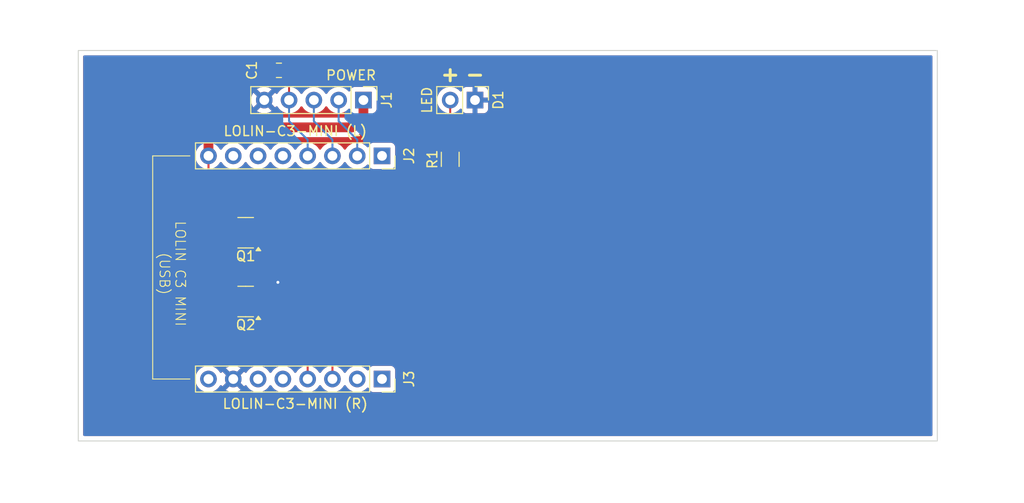
<source format=kicad_pcb>
(kicad_pcb (version 20241229) (generator "pcbnew") (generator_version "9.0")
  (layers (0 "F.Cu" signal) (2 "B.Cu" signal) (13 "F.Paste" user) (15 "B.Paste" user) (5 "F.SilkS" user "F.Silkscreen") (7 "B.SilkS" user "B.Silkscreen") (1 "F.Mask" user) (3 "B.Mask" user) (25 "Edge.Cuts" user))
  (net 0 "")
  (net 1 "GND")
  (net 2 "+3.3V")
  (net 6 "TOP_LED{slash}GPIO10")
  (net 8 "BUZZER{slash}GPIO8")
  (net 11 "~{EXTERNAL_POWER_PRESENT}{slash}GPIO3")
  (net 12 "CHARGE_STATUS{slash}GPIO2")
  (net 15 "Net-(Q1-D)")
  (net 16 "Net-(Q2-D)")
  (net 17 "Net-(D1-A)")
  (net 18 "CAPACITOR_VOLTAGE{slash}GPIO1")
  (footprint "Connector_PinHeader_2.54mm:PinHeader_1x02_P2.54mm_Vertical" (layer "F.Cu") (at 66.04 30.48 -90)
    (property "Reference" "D1" (at 0 -2.38 90) (layer "F.SilkS"))
    (property "Value" "LED" (at 0 4.92 90) (layer "F.SilkS"))
    (fp_line (start -1.38 3.92) (end 1.38 3.92) (stroke (width 0.12)) (layer "F.SilkS"))
    (fp_line (start -1.38 1.27) (end -1.38 3.92) (stroke (width 0.12)) (layer "F.SilkS"))
    (fp_line (start -1.38 1.27) (end 1.38 1.27) (stroke (width 0.12)) (layer "F.SilkS"))
    (fp_line (start 1.38 1.27) (end 1.38 3.92) (stroke (width 0.12)) (layer "F.SilkS"))
    (fp_line (start -1.38 0) (end -1.38 -1.38) (stroke (width 0.12)) (layer "F.SilkS"))
    (fp_line (start -1.38 -1.38) (end 0 -1.38) (stroke (width 0.12)) (layer "F.SilkS"))
    (pad "1" thru_hole rect (at 0 0 270) (size 1.7 1.7) (drill 1) (layers "*.Cu" "*.Mask") (net 1 "GND"))
    (pad "2" thru_hole circle (at 0 2.54 270) (size 1.7 1.7) (drill 1) (layers "*.Cu" "*.Mask") (net 17 "Net-(D1-A)"))
  )
  (footprint "Package_TO_SOT_SMD:SOT-23-3" (layer "F.Cu") (at 42.545 51.115 180)
    (property "Reference" "Q2" (at 0 -2.4 180) (layer "F.SilkS"))
    (property "Value" "DMP2004K")
    (fp_line (start 0 1.56) (end 0.8 1.56) (stroke (width 0.12)) (layer "F.SilkS"))
    (fp_line (start 0 1.56) (end -0.8 1.56) (stroke (width 0.12)) (layer "F.SilkS"))
    (fp_line (start 0 -1.56) (end 0.8 -1.56) (stroke (width 0.12)) (layer "F.SilkS"))
    (fp_line (start 0 -1.56) (end -0.8 -1.56) (stroke (width 0.12)) (layer "F.SilkS"))
    (fp_poly (pts (xy -1.3 -1.51) (xy -1.54 -1.84) (xy -1.06 -1.84)) (stroke (width 0.12)) (fill yes) (layer "F.SilkS"))
    (pad "1" smd roundrect (at -1.1375 -0.95 180) (size 1.325 0.6) (layers "F.Cu" "F.Mask" "F.Paste") (net 8 "BUZZER{slash}GPIO8"))
    (pad "2" smd roundrect (at -1.1375 0.95 180) (size 1.325 0.6) (layers "F.Cu" "F.Mask" "F.Paste") (net 2 "+3.3V"))
    (pad "3" smd roundrect (at 1.1375 0 180) (size 1.325 0.6) (layers "F.Cu" "F.Mask" "F.Paste") (net 16 "Net-(Q2-D)"))
  )
  (footprint "Package_TO_SOT_SMD:SOT-23-3" (layer "F.Cu") (at 42.545 44.069 180)
    (property "Reference" "Q1" (at 0 -2.4 180) (layer "F.SilkS"))
    (property "Value" "DMP2004K")
    (fp_line (start 0 1.56) (end 0.8 1.56) (stroke (width 0.12)) (layer "F.SilkS"))
    (fp_line (start 0 1.56) (end -0.8 1.56) (stroke (width 0.12)) (layer "F.SilkS"))
    (fp_line (start 0 -1.56) (end 0.8 -1.56) (stroke (width 0.12)) (layer "F.SilkS"))
    (fp_line (start 0 -1.56) (end -0.8 -1.56) (stroke (width 0.12)) (layer "F.SilkS"))
    (fp_poly (pts (xy -1.3 -1.51) (xy -1.54 -1.84) (xy -1.06 -1.84)) (stroke (width 0.12)) (fill yes) (layer "F.SilkS"))
    (pad "1" smd roundrect (at -1.1375 -0.95 180) (size 1.325 0.6) (layers "F.Cu" "F.Mask" "F.Paste") (net 6 "TOP_LED{slash}GPIO10"))
    (pad "2" smd roundrect (at -1.1375 0.95 180) (size 1.325 0.6) (layers "F.Cu" "F.Mask" "F.Paste") (net 2 "+3.3V"))
    (pad "3" smd roundrect (at 1.1375 0 180) (size 1.325 0.6) (layers "F.Cu" "F.Mask" "F.Paste") (net 15 "Net-(Q1-D)"))
  )
  (footprint "Connector_PinHeader_2.54mm:PinHeader_1x05_P2.54mm_Vertical" (layer "F.Cu") (at 54.61 30.48 -90)
    (property "Reference" "J1" (at 0 -2.38 270) (layer "F.SilkS"))
    (property "Value" "POWER" (at -2.54 1.27 0) (layer "F.SilkS"))
    (fp_line (start -1.38 11.54) (end 1.38 11.54) (stroke (width 0.12)) (layer "F.SilkS"))
    (fp_line (start -1.38 1.27) (end -1.38 11.54) (stroke (width 0.12)) (layer "F.SilkS"))
    (fp_line (start -1.38 1.27) (end 1.38 1.27) (stroke (width 0.12)) (layer "F.SilkS"))
    (fp_line (start 1.38 1.27) (end 1.38 11.54) (stroke (width 0.12)) (layer "F.SilkS"))
    (fp_line (start -1.38 0) (end -1.38 -1.38) (stroke (width 0.12)) (layer "F.SilkS"))
    (fp_line (start -1.38 -1.38) (end 0 -1.38) (stroke (width 0.12)) (layer "F.SilkS"))
    (pad "1" thru_hole rect (at 0 0 270) (size 1.7 1.7) (drill 1) (layers "*.Cu" "*.Mask") (net 2 "+3.3V"))
    (pad "2" thru_hole circle (at 0 2.54 270) (size 1.7 1.7) (drill 1) (layers "*.Cu" "*.Mask") (net 11 "~{EXTERNAL_POWER_PRESENT}{slash}GPIO3"))
    (pad "3" thru_hole circle (at 0 5.08 270) (size 1.7 1.7) (drill 1) (layers "*.Cu" "*.Mask") (net 12 "CHARGE_STATUS{slash}GPIO2"))
    (pad "4" thru_hole circle (at 0 7.62 270) (size 1.7 1.7) (drill 1) (layers "*.Cu" "*.Mask") (net 18 "CAPACITOR_VOLTAGE{slash}GPIO1"))
    (pad "5" thru_hole circle (at 0 10.16 270) (size 1.7 1.7) (drill 1) (layers "*.Cu" "*.Mask") (net 1 "GND"))
  )
  (footprint "Connector_PinSocket_2.54mm:PinSocket_1x08_P2.54mm_Vertical" (layer "F.Cu") (at 56.515 59.055 -90)
    (property "Reference" "J3" (at 0 -2.77 270) (layer "F.SilkS"))
    (property "Value" "LOLIN-C3-MINI (R)" (at 2.54 8.89 0) (layer "F.SilkS"))
    (fp_line (start -1.33 19.11) (end 1.33 19.11) (stroke (width 0.12)) (layer "F.SilkS"))
    (fp_line (start -1.33 1.27) (end -1.33 19.11) (stroke (width 0.12)) (layer "F.SilkS"))
    (fp_line (start -1.33 1.27) (end 1.33 1.27) (stroke (width 0.12)) (layer "F.SilkS"))
    (fp_line (start 1.33 1.27) (end 1.33 19.11) (stroke (width 0.12)) (layer "F.SilkS"))
    (fp_line (start 0 -1.33) (end 1.33 -1.33) (stroke (width 0.12)) (layer "F.SilkS"))
    (fp_line (start 1.33 -1.33) (end 1.33 0) (stroke (width 0.12)) (layer "F.SilkS"))
    (pad "1" thru_hole rect (at 0 0 270) (size 1.7 1.7) (drill 1) (layers "*.Cu" "*.Mask"))
    (pad "2" thru_hole circle (at 0 2.54 270) (size 1.7 1.7) (drill 1) (layers "*.Cu" "*.Mask"))
    (pad "3" thru_hole circle (at 0 5.08 270) (size 1.7 1.7) (drill 1) (layers "*.Cu" "*.Mask") (net 6 "TOP_LED{slash}GPIO10"))
    (pad "4" thru_hole circle (at 0 7.62 270) (size 1.7 1.7) (drill 1) (layers "*.Cu" "*.Mask") (net 8 "BUZZER{slash}GPIO8"))
    (pad "5" thru_hole circle (at 0 10.16 270) (size 1.7 1.7) (drill 1) (layers "*.Cu" "*.Mask"))
    (pad "6" thru_hole circle (at 0 12.7 270) (size 1.7 1.7) (drill 1) (layers "*.Cu" "*.Mask"))
    (pad "7" thru_hole circle (at 0 15.24 270) (size 1.7 1.7) (drill 1) (layers "*.Cu" "*.Mask") (net 1 "GND"))
    (pad "8" thru_hole circle (at 0 17.78 270) (size 1.7 1.7) (drill 1) (layers "*.Cu" "*.Mask"))
  )
  (footprint "Connector_PinSocket_2.54mm:PinSocket_1x08_P2.54mm_Vertical" (layer "F.Cu") (at 56.515 36.195 -90)
    (property "Reference" "J2" (at 0 -2.77 270) (layer "F.SilkS"))
    (property "Value" "LOLIN-C3-MINI (L)" (at -2.54 8.89 0) (layer "F.SilkS"))
    (fp_line (start -1.33 19.11) (end 1.33 19.11) (stroke (width 0.12)) (layer "F.SilkS"))
    (fp_line (start -1.33 1.27) (end -1.33 19.11) (stroke (width 0.12)) (layer "F.SilkS"))
    (fp_line (start -1.33 1.27) (end 1.33 1.27) (stroke (width 0.12)) (layer "F.SilkS"))
    (fp_line (start 1.33 1.27) (end 1.33 19.11) (stroke (width 0.12)) (layer "F.SilkS"))
    (fp_line (start 0 -1.33) (end 1.33 -1.33) (stroke (width 0.12)) (layer "F.SilkS"))
    (fp_line (start 1.33 -1.33) (end 1.33 0) (stroke (width 0.12)) (layer "F.SilkS"))
    (pad "1" thru_hole rect (at 0 0 270) (size 1.7 1.7) (drill 1) (layers "*.Cu" "*.Mask"))
    (pad "2" thru_hole circle (at 0 2.54 270) (size 1.7 1.7) (drill 1) (layers "*.Cu" "*.Mask") (net 11 "~{EXTERNAL_POWER_PRESENT}{slash}GPIO3"))
    (pad "3" thru_hole circle (at 0 5.08 270) (size 1.7 1.7) (drill 1) (layers "*.Cu" "*.Mask") (net 12 "CHARGE_STATUS{slash}GPIO2"))
    (pad "4" thru_hole circle (at 0 7.62 270) (size 1.7 1.7) (drill 1) (layers "*.Cu" "*.Mask") (net 18 "CAPACITOR_VOLTAGE{slash}GPIO1"))
    (pad "5" thru_hole circle (at 0 10.16 270) (size 1.7 1.7) (drill 1) (layers "*.Cu" "*.Mask"))
    (pad "6" thru_hole circle (at 0 12.7 270) (size 1.7 1.7) (drill 1) (layers "*.Cu" "*.Mask"))
    (pad "7" thru_hole circle (at 0 15.24 270) (size 1.7 1.7) (drill 1) (layers "*.Cu" "*.Mask"))
    (pad "8" thru_hole circle (at 0 17.78 270) (size 1.7 1.7) (drill 1) (layers "*.Cu" "*.Mask") (net 2 "+3.3V"))
  )
  (footprint "Resistor_SMD:R_1206_3216Metric_Pad1.30x1.75mm_HandSolder" (layer "F.Cu") (at 63.5 36.55 90)
    (property "Reference" "R1" (at 0 -1.83 90) (layer "F.SilkS"))
    (property "Value" "47Ω 1% 0.5W")
    (fp_line (start -0.727064 -0.91) (end 0.727064 -0.91) (stroke (width 0.12)) (layer "F.SilkS"))
    (fp_line (start -0.727064 0.91) (end 0.727064 0.91) (stroke (width 0.12)) (layer "F.SilkS"))
    (pad "1" smd roundrect (at -1.55 0 90) (size 1.3 1.75) (layers "F.Cu" "F.Mask" "F.Paste") (roundrect_rratio 0.192308) (net 15 "Net-(Q1-D)"))
    (pad "2" smd roundrect (at 1.55 0 90) (size 1.3 1.75) (layers "F.Cu" "F.Mask" "F.Paste") (roundrect_rratio 0.192308) (net 17 "Net-(D1-A)"))
  )
  (footprint "Capacitor_SMD:C_0805_2012Metric_Pad1.18x1.45mm_HandSolder" (layer "F.Cu") (at 45.9525 27.432 180)
    (property "Reference" "C1" (at 2.7725 0 90) (layer "F.SilkS"))
    (property "Value" "0.1µF")
    (fp_line (start -0.261252 0.735) (end 0.261252 0.735) (stroke (width 0.12)) (layer "F.SilkS"))
    (fp_line (start -0.261252 -0.735) (end 0.261252 -0.735) (stroke (width 0.12)) (layer "F.SilkS"))
    (pad "1" smd roundrect (at -1.0375 0 180) (size 1.175 1.45) (layers "F.Cu" "F.Mask" "F.Paste") (roundrect_rratio 0.212766) (net 18 "CAPACITOR_VOLTAGE{slash}GPIO1"))
    (pad "2" smd roundrect (at 1.0375 0 180) (size 1.175 1.45) (layers "F.Cu" "F.Mask" "F.Paste") (roundrect_rratio 0.212766) (net 1 "GND"))
  )
  (gr_line (start 33.02 59.055) (end 33.02 36.195) (stroke (width 0.1)) (layer "F.SilkS"))
  (gr_line (start 36.83 59.055) (end 33.02 59.055) (stroke (width 0.1)) (layer "F.SilkS"))
  (gr_line (start 33.02 36.195) (end 36.83 36.195) (stroke (width 0.1)) (layer "F.SilkS"))
  (gr_rect (start 25.4 25.4) (end 113.4 65.4) (stroke (width 0.1)) (fill no) (layer "Edge.Cuts"))
  (gr_text "+" (at 63.5 28.702 0) (layer "F.SilkS") (effects (font (size 1.5 1.5) (thickness 0.3) (bold yes)) (justify bottom)))
  (gr_text "-" (at 66.04 28.702 0) (layer "F.SilkS") (effects (font (size 1.5 1.5) (thickness 0.3) (bold yes)) (justify bottom)))
  (gr_text "LOLIN C3 MINI\n(USB)" (at 33.655 48.26 270) (layer "F.SilkS") (effects (font (size 1 1) (thickness 0.1)) (justify bottom)))
  (via (at 45.847 49.149) (size 0.6) (drill 0.3) (layers "F.Cu" "B.Cu") (net 1))
  (segment (start 38.735 34.544) (end 38.735 36.195) (width 1) (layer "F.Cu") (net 2))
  (segment (start 38.735 38.3715) (end 38.735 36.195) (width 0.2) (layer "F.Cu") (net 2))
  (segment (start 54.61 30.48) (end 54.61 32.131) (width 1) (layer "F.Cu") (net 2))
  (segment (start 41.91 50.165) (end 38.735 46.99) (width 0.2) (layer "F.Cu") (net 2))
  (segment (start 53.467 33.274) (end 40.005 33.274) (width 1) (layer "F.Cu") (net 2))
  (segment (start 54.61 32.131) (end 53.467 33.274) (width 1) (layer "F.Cu") (net 2))
  (segment (start 43.6825 43.119) (end 38.735 38.1715) (width 0.2) (layer "F.Cu") (net 2))
  (segment (start 38.735 46.99) (end 38.735 36.195) (width 0.2) (layer "F.Cu") (net 2))
  (segment (start 43.6825 50.165) (end 41.91 50.165) (width 0.2) (layer "F.Cu") (net 2))
  (segment (start 40.005 33.274) (end 38.735 34.544) (width 1) (layer "F.Cu") (net 2))
  (segment (start 38.735 38.1715) (end 38.735 36.195) (width 0.2) (layer "F.Cu") (net 2))
  (segment (start 43.6825 45.019) (end 44.8285 45.019) (width 0.2) (layer "F.Cu") (net 6))
  (segment (start 44.8285 45.019) (end 51.435 51.6255) (width 0.2) (layer "F.Cu") (net 6))
  (segment (start 51.435 51.6255) (end 51.435 59.055) (width 0.2) (layer "F.Cu") (net 6))
  (segment (start 44.826 52.065) (end 48.895 56.134) (width 0.2) (layer "F.Cu") (net 8))
  (segment (start 48.895 56.134) (end 48.895 59.055) (width 0.2) (layer "F.Cu") (net 8))
  (segment (start 43.6825 52.065) (end 44.826 52.065) (width 0.2) (layer "F.Cu") (net 8))
  (segment (start 52.07 32.639) (end 52.07 30.48) (width 0.2) (layer "B.Cu") (net 11))
  (segment (start 53.975 36.195) (end 53.975 34.544) (width 0.2) (layer "B.Cu") (net 11))
  (segment (start 53.975 34.544) (end 52.07 32.639) (width 0.2) (layer "B.Cu") (net 11))
  (segment (start 51.435 36.195) (end 51.435 34.544) (width 0.2) (layer "B.Cu") (net 12))
  (segment (start 49.53 32.639) (end 49.53 30.48) (width 0.2) (layer "B.Cu") (net 12))
  (segment (start 51.435 34.544) (end 49.53 32.639) (width 0.2) (layer "B.Cu") (net 12))
  (segment (start 41.4075 44.069) (end 57.531 44.069) (width 0.2) (layer "F.Cu") (net 15))
  (segment (start 57.531 44.069) (end 63.5 38.1) (width 0.2) (layer "F.Cu") (net 15))
  (segment (start 63.5 35) (end 63.5 30.48) (width 0.2) (layer "F.Cu") (net 17))
  (segment (start 46.99 27.432) (end 46.99 30.48) (width 0.2) (layer "F.Cu") (net 18))
  (segment (start 46.99 32.639) (end 46.99 30.48) (width 0.2) (layer "B.Cu") (net 18))
  (segment (start 48.895 36.195) (end 48.895 34.544) (width 0.2) (layer "B.Cu") (net 18))
  (segment (start 48.895 34.544) (end 46.99 32.639) (width 0.2) (layer "B.Cu") (net 18))
  (zone (net 1) (net_name "GND") (layers "F.Cu" "B.Cu") (connect_pads (clearance 0.5)) (min_thickness 0.25) (fill yes (thermal_gap 0.5) (thermal_bridge_width 0.5))
    (polygon (pts (xy 24.13 24.13) (xy 114.935 24.13) (xy 114.935 66.675) (xy 24.13 66.802)))
  )
)
</source>
